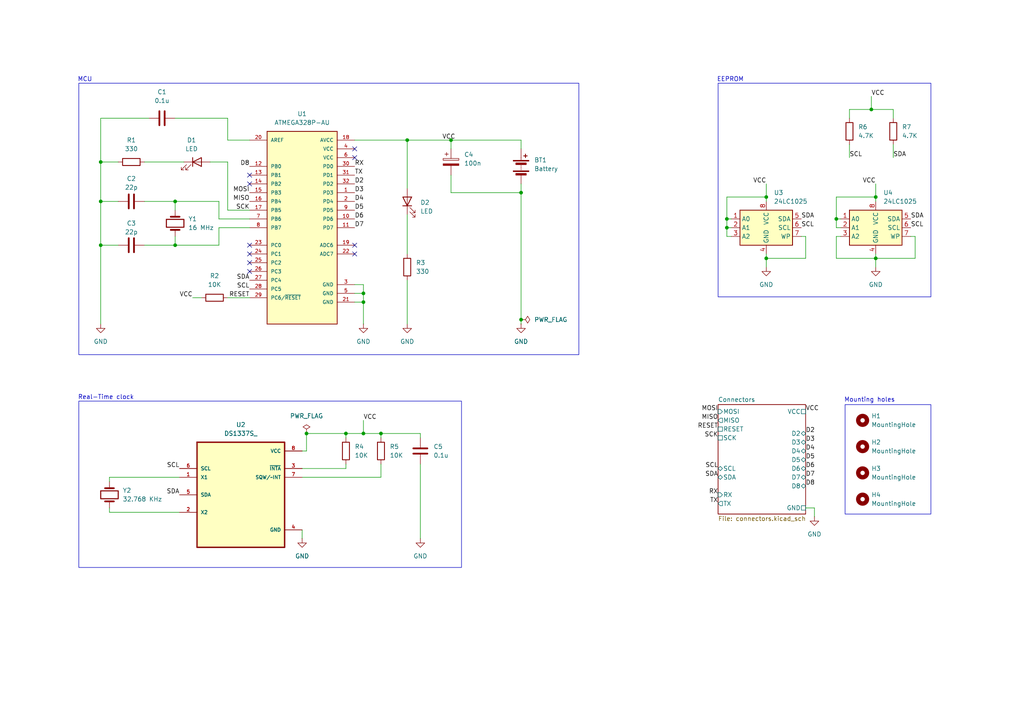
<source format=kicad_sch>
(kicad_sch (version 20231120) (generator "eeschema") (generator_version "8.0")
  (paper "A4")
  (title_block (title "${PROJECT_NAME}") (date "2025-01-27") (rev "1") (company "Jaime M. Villegas I.") (comment 1 "MCU Datalogger with 512KB EEPROM and Real-Time clock. 4-Layers PCB"))
  (lib_symbols
    (symbol "ATMEGA328P-AU:ATMEGA328P-AU" (pin_names (offset 1.016))
      (property "Reference" "U1" (at 0 33.02 0))
      (property "Value" "ATMEGA328P-AU" (at 0 30.48 0))
      (symbol "ATMEGA328P-AU_0_0"
        (rectangle (start -10.16 -27.94) (end 10.16 27.94) (stroke (width 0.254)) (fill (type background)))
        (pin bidirectional line (at 15.24 10.16 180) (length 5.08) (name "PD3") (number "1"))
        (pin bidirectional line (at 15.24 2.54 180) (length 5.08) (name "PD6") (number "10"))
        (pin bidirectional line (at 15.24 0 180) (length 5.08) (name "PD7") (number "11"))
        (pin bidirectional line (at -15.24 17.78 0) (length 5.08) (name "PB0") (number "12"))
        (pin bidirectional line (at -15.24 15.24 0) (length 5.08) (name "PB1") (number "13"))
        (pin bidirectional line (at -15.24 12.7 0) (length 5.08) (name "PB2") (number "14"))
        (pin bidirectional line (at -15.24 10.16 0) (length 5.08) (name "PB3") (number "15"))
        (pin bidirectional line (at -15.24 7.62 0) (length 5.08) (name "PB4") (number "16"))
        (pin bidirectional line (at -15.24 5.08 0) (length 5.08) (name "PB5") (number "17"))
        (pin power_in line (at 15.24 25.4 180) (length 5.08) (name "AVCC") (number "18"))
        (pin bidirectional line (at 15.24 -5.08 180) (length 5.08) (name "ADC6") (number "19"))
        (pin bidirectional line (at 15.24 7.62 180) (length 5.08) (name "PD4") (number "2"))
        (pin input line (at -15.24 25.4 0) (length 5.08) (name "AREF") (number "20"))
        (pin power_in line (at 15.24 -21.59 180) (length 5.08) (name "GND") (number "21"))
        (pin bidirectional line (at 15.24 -7.62 180) (length 5.08) (name "ADC7") (number "22"))
        (pin bidirectional line (at -15.24 -5.08 0) (length 5.08) (name "PC0") (number "23"))
        (pin bidirectional line (at -15.24 -7.62 0) (length 5.08) (name "PC1") (number "24"))
        (pin bidirectional line (at -15.24 -10.16 0) (length 5.08) (name "PC2") (number "25"))
        (pin bidirectional line (at -15.24 -12.7 0) (length 5.08) (name "PC3") (number "26"))
        (pin bidirectional line (at -15.24 -15.24 0) (length 5.08) (name "PC4") (number "27"))
        (pin bidirectional line (at -15.24 -17.78 0) (length 5.08) (name "PC5") (number "28"))
        (pin bidirectional line (at -15.24 -20.32 0) (length 5.08) (name "PC6/~{RESET}") (number "29"))
        (pin power_in line (at 15.24 -16.51 180) (length 5.08) (name "GND") (number "3"))
        (pin bidirectional line (at 15.24 17.78 180) (length 5.08) (name "PD0") (number "30"))
        (pin bidirectional line (at 15.24 15.24 180) (length 5.08) (name "PD1") (number "31"))
        (pin bidirectional line (at 15.24 12.7 180) (length 5.08) (name "PD2") (number "32"))
        (pin power_in line (at 15.24 22.86 180) (length 5.08) (name "VCC") (number "4"))
        (pin power_in line (at 15.24 -19.05 180) (length 5.08) (name "GND") (number "5"))
        (pin power_in line (at 15.24 20.32 180) (length 5.08) (name "VCC") (number "6"))
        (pin bidirectional line (at -15.24 2.54 0) (length 5.08) (name "PB6") (number "7"))
        (pin bidirectional line (at -15.24 0 0) (length 5.08) (name "PB7") (number "8"))
        (pin bidirectional line (at 15.24 5.08 180) (length 5.08) (name "PD5") (number "9"))
      )
    )
    (symbol "DS1337S_:DS1337S_" (pin_names (offset 1.016))
      (property "Reference" "U" (at -12.7 16.24 0))
      (property "Value" "DS1337S_" (at -12.7 -19.24 0))
      (symbol "DS1337S__0_0"
        (rectangle (start -12.7 -15.24) (end 12.7 15.24) (stroke (width 0.41)) (fill (type background)))
        (pin input line (at -17.78 5.08 0) (length 5.08) (name "X1") (number "1"))
        (pin bidirectional line (at -17.78 -5.08 0) (length 5.08) (name "X2") (number "2"))
        (pin output line (at 17.78 7.62 180) (length 5.08) (name "~{INTA}") (number "3"))
        (pin power_in line (at 17.78 -10.16 180) (length 5.08) (name "GND") (number "4"))
        (pin bidirectional line (at -17.78 0 0) (length 5.08) (name "SDA") (number "5"))
        (pin input line (at -17.78 7.62 0) (length 5.08) (name "SCL") (number "6"))
        (pin output line (at 17.78 5.08 180) (length 5.08) (name "SQW/~INT") (number "7"))
        (pin power_in line (at 17.78 12.7 180) (length 5.08) (name "VCC") (number "8"))
      )
    )
    (symbol "Device:Battery" (pin_numbers hide) (pin_names (offset 0) hide)
      (property "Reference" "BT" (at 2.54 2.54 0))
      (property "Value" "Battery" (at 2.54 0 0))
      (symbol "Battery_0_1"
        (rectangle (start -2.286 -1.27) (end 2.286 -1.524) (fill (type outline)))
        (rectangle (start -2.286 1.778) (end 2.286 1.524) (fill (type outline)))
        (rectangle (start -1.524 -2.032) (end 1.524 -2.54) (fill (type outline)))
        (rectangle (start -1.524 1.016) (end 1.524 0.508) (fill (type outline)))
        (polyline (pts (xy 0 -1.016) (xy 0 -0.762)))
        (polyline (pts (xy 0 -0.508) (xy 0 -0.254)))
        (polyline (pts (xy 0 0) (xy 0 0.254)))
        (polyline (pts (xy 0 1.778) (xy 0 2.54)))
        (polyline (pts (xy 0.762 3.048) (xy 1.778 3.048)) (stroke (width 0.254)))
        (polyline (pts (xy 1.27 3.556) (xy 1.27 2.54)) (stroke (width 0.254)))
      )
      (symbol "Battery_1_1"
        (pin passive line (at 0 5.08 270) (length 2.54) (name "+") (number "1"))
        (pin passive line (at 0 -5.08 90) (length 2.54) (name "-") (number "2"))
      )
    )
    (symbol "Device:C" (pin_numbers hide) (pin_names (offset 0.254))
      (property "Reference" "C" (at 0.635 2.54 0))
      (property "Value" "C" (at 0.635 -2.54 0))
      (symbol "C_0_1"
        (polyline (pts (xy -2.032 -0.762) (xy 2.032 -0.762)) (stroke (width 0.508)))
        (polyline (pts (xy -2.032 0.762) (xy 2.032 0.762)) (stroke (width 0.508)))
      )
      (symbol "C_1_1"
        (pin passive line (at 0 3.81 270) (length 2.794) (name "~") (number "1"))
        (pin passive line (at 0 -3.81 90) (length 2.794) (name "~") (number "2"))
      )
    )
    (symbol "Device:C_Polarized" (pin_numbers hide) (pin_names (offset 0.254))
      (property "Reference" "C" (at 0.635 2.54 0))
      (property "Value" "C_Polarized" (at 0.635 -2.54 0))
      (symbol "C_Polarized_0_1"
        (rectangle (start -2.286 0.508) (end 2.286 1.016))
        (polyline (pts (xy -1.778 2.286) (xy -0.762 2.286)))
        (polyline (pts (xy -1.27 2.794) (xy -1.27 1.778)))
        (rectangle (start 2.286 -0.508) (end -2.286 -1.016) (fill (type outline)))
      )
      (symbol "C_Polarized_1_1"
        (pin passive line (at 0 3.81 270) (length 2.794) (name "~") (number "1"))
        (pin passive line (at 0 -3.81 90) (length 2.794) (name "~") (number "2"))
      )
    )
    (symbol "Device:Crystal" (pin_numbers hide) (pin_names (offset 1.016) hide)
      (property "Reference" "Y" (at 0 3.81 0))
      (property "Value" "Crystal" (at 0 -3.81 0))
      (symbol "Crystal_0_1"
        (rectangle (start -1.143 2.54) (end 1.143 -2.54) (stroke (width 0.3048)))
        (polyline (pts (xy -2.54 0) (xy -1.905 0)))
        (polyline (pts (xy -1.905 -1.27) (xy -1.905 1.27)) (stroke (width 0.508)))
        (polyline (pts (xy 1.905 -1.27) (xy 1.905 1.27)) (stroke (width 0.508)))
        (polyline (pts (xy 2.54 0) (xy 1.905 0)))
      )
      (symbol "Crystal_1_1"
        (pin passive line (at -3.81 0 0) (length 1.27) (name "1") (number "1"))
        (pin passive line (at 3.81 0 180) (length 1.27) (name "2") (number "2"))
      )
    )
    (symbol "Device:LED" (pin_numbers hide) (pin_names (offset 1.016) hide)
      (property "Reference" "D" (at 0 2.54 0))
      (property "Value" "LED" (at 0 -2.54 0))
      (symbol "LED_0_1"
        (polyline (pts (xy -1.27 -1.27) (xy -1.27 1.27)) (stroke (width 0.254)))
        (polyline (pts (xy -1.27 0) (xy 1.27 0)))
        (polyline (pts (xy 1.27 -1.27) (xy 1.27 1.27) (xy -1.27 0) (xy 1.27 -1.27)) (stroke (width 0.254)))
        (polyline (pts (xy -3.048 -0.762) (xy -4.572 -2.286) (xy -3.81 -2.286) (xy -4.572 -2.286) (xy -4.572 -1.524)))
        (polyline (pts (xy -1.778 -0.762) (xy -3.302 -2.286) (xy -2.54 -2.286) (xy -3.302 -2.286) (xy -3.302 -1.524)))
      )
      (symbol "LED_1_1"
        (pin passive line (at -3.81 0 0) (length 2.54) (name "K") (number "1"))
        (pin passive line (at 3.81 0 180) (length 2.54) (name "A") (number "2"))
      )
    )
    (symbol "Device:R" (pin_numbers hide) (pin_names (offset 0))
      (property "Reference" "R" (at 2.032 0 90))
      (property "Value" "R" (at 0 0 90))
      (symbol "R_0_1"
        (rectangle (start -1.016 -2.54) (end 1.016 2.54) (stroke (width 0.254)))
      )
      (symbol "R_1_1"
        (pin passive line (at 0 3.81 270) (length 1.27) (name "~") (number "1"))
        (pin passive line (at 0 -3.81 90) (length 1.27) (name "~") (number "2"))
      )
    )
    (symbol "Mechanical:MountingHole" (pin_names (offset 1.016)) (exclude_from_sim yes) (in_bom no)
      (property "Reference" "H" (at 0 5.08 0))
      (property "Value" "MountingHole" (at 0 3.175 0))
      (symbol "MountingHole_0_1"
        (circle (center 0 0) (radius 1.27) (stroke (width 1.27)))
      )
    )
    (symbol "Memory_EEPROM:24LC1025"
      (property "Reference" "U" (at -6.35 6.35 0))
      (property "Value" "24LC1025" (at 1.27 6.35 0))
      (symbol "24LC1025_1_1"
        (rectangle (start -7.62 5.08) (end 7.62 -5.08) (stroke (width 0.254)) (fill (type background)))
        (pin input line (at -10.16 2.54 0) (length 2.54) (name "A0") (number "1"))
        (pin input line (at -10.16 0 0) (length 2.54) (name "A1") (number "2"))
        (pin input line (at -10.16 -2.54 0) (length 2.54) (name "A2") (number "3"))
        (pin power_in line (at 0 -7.62 90) (length 2.54) (name "GND") (number "4"))
        (pin bidirectional line (at 10.16 2.54 180) (length 2.54) (name "SDA") (number "5"))
        (pin input line (at 10.16 0 180) (length 2.54) (name "SCL") (number "6"))
        (pin input line (at 10.16 -2.54 180) (length 2.54) (name "WP") (number "7"))
        (pin power_in line (at 0 7.62 270) (length 2.54) (name "VCC") (number "8"))
      )
    )
    (symbol "power:GND" (power) (pin_numbers hide) (pin_names (offset 0) hide)
      (property "Value" "GND" (at 0 -3.81 0))
      (symbol "GND_0_1"
        (polyline (pts (xy 0 0) (xy 0 -1.27) (xy 1.27 -1.27) (xy 0 -2.54) (xy -1.27 -1.27) (xy 0 -1.27)))
      )
      (symbol "GND_1_1"
        (pin power_in line (at 0 0 270) (length 0) (name "~") (number "1"))
      )
    )
    (symbol "power:PWR_FLAG" (power) (pin_numbers hide) (pin_names (offset 0) hide)
      (property "Value" "PWR_FLAG" (at 0 3.81 0))
      (symbol "PWR_FLAG_0_0"
        (pin power_out line (at 0 0 90) (length 0) (name "~") (number "1"))
      )
      (symbol "PWR_FLAG_0_1"
        (polyline (pts (xy 0 0) (xy 0 1.27) (xy -1.016 1.905) (xy 0 2.54) (xy 1.016 1.905) (xy 0 1.27)))
      )
    )
  )
  (junction (at 105.41 125.73))
  (junction (at 222.25 74.93))
  (junction (at 151.13 55.88))
  (junction (at 50.8 71.12))
  (junction (at 29.21 58.42))
  (junction (at 29.21 71.12))
  (junction (at 242.57 63.5))
  (junction (at 130.81 40.64))
  (junction (at 105.41 85.09))
  (junction (at 50.8 58.42))
  (junction (at 210.82 63.5))
  (junction (at 110.49 125.73))
  (junction (at 210.82 66.04))
  (junction (at 222.25 57.15))
  (junction (at 252.73 31.75))
  (junction (at 29.21 46.99))
  (junction (at 88.9 125.73))
  (junction (at 118.11 40.64))
  (junction (at 254 74.93))
  (junction (at 105.41 87.63))
  (junction (at 100.33 125.73))
  (junction (at 254 57.15))
  (junction (at 151.13 92.71))
  (no_connect (at 102.87 73.66))
  (no_connect (at 102.87 43.18))
  (no_connect (at 102.87 71.12))
  (no_connect (at 72.39 71.12))
  (no_connect (at 72.39 50.8))
  (no_connect (at 72.39 53.34))
  (no_connect (at 72.39 78.74))
  (no_connect (at 102.87 45.72))
  (no_connect (at 72.39 76.2))
  (no_connect (at 72.39 73.66))
  (wire (pts (xy 265.43 68.58) (xy 265.43 74.93)))
  (wire (pts (xy 52.07 138.43) (xy 31.75 138.43)))
  (wire (pts (xy 50.8 68.58) (xy 50.8 71.12)))
  (wire (pts (xy 105.41 125.73) (xy 110.49 125.73)))
  (wire (pts (xy 242.57 68.58) (xy 242.57 74.93)))
  (wire (pts (xy 72.39 66.04) (xy 63.5 66.04)))
  (wire (pts (xy 41.91 46.99) (xy 53.34 46.99)))
  (wire (pts (xy 29.21 71.12) (xy 34.29 71.12)))
  (wire (pts (xy 130.81 40.64) (xy 130.81 43.18)))
  (wire (pts (xy 236.22 147.32) (xy 236.22 149.86)))
  (wire (pts (xy 254 77.47) (xy 254 74.93)))
  (wire (pts (xy 43.18 34.29) (xy 29.21 34.29)))
  (wire (pts (xy 130.81 50.8) (xy 130.81 55.88)))
  (wire (pts (xy 110.49 125.73) (xy 110.49 127)))
  (wire (pts (xy 63.5 71.12) (xy 50.8 71.12)))
  (wire (pts (xy 102.87 87.63) (xy 105.41 87.63)))
  (wire (pts (xy 31.75 147.32) (xy 31.75 148.59)))
  (wire (pts (xy 242.57 63.5) (xy 242.57 57.15)))
  (wire (pts (xy 66.04 86.36) (xy 72.39 86.36)))
  (wire (pts (xy 72.39 60.96) (xy 66.04 60.96)))
  (wire (pts (xy 118.11 62.23) (xy 118.11 73.66)))
  (wire (pts (xy 88.9 125.73) (xy 100.33 125.73)))
  (wire (pts (xy 29.21 46.99) (xy 29.21 58.42)))
  (wire (pts (xy 246.38 31.75) (xy 252.73 31.75)))
  (wire (pts (xy 130.81 40.64) (xy 151.13 40.64)))
  (wire (pts (xy 31.75 148.59) (xy 52.07 148.59)))
  (wire (pts (xy 50.8 58.42) (xy 50.8 60.96)))
  (wire (pts (xy 242.57 63.5) (xy 242.57 66.04)))
  (wire (pts (xy 242.57 57.15) (xy 254 57.15)))
  (wire (pts (xy 102.87 40.64) (xy 118.11 40.64)))
  (wire (pts (xy 222.25 74.93) (xy 222.25 73.66)))
  (wire (pts (xy 66.04 46.99) (xy 60.96 46.99)))
  (wire (pts (xy 151.13 92.71) (xy 151.13 93.98)))
  (wire (pts (xy 87.63 130.81) (xy 88.9 130.81)))
  (wire (pts (xy 254 74.93) (xy 265.43 74.93)))
  (wire (pts (xy 29.21 58.42) (xy 29.21 71.12)))
  (wire (pts (xy 110.49 134.62) (xy 110.49 138.43)))
  (wire (pts (xy 105.41 82.55) (xy 105.41 85.09)))
  (wire (pts (xy 222.25 53.34) (xy 222.25 57.15)))
  (wire (pts (xy 102.87 82.55) (xy 105.41 82.55)))
  (wire (pts (xy 212.09 66.04) (xy 210.82 66.04)))
  (wire (pts (xy 212.09 68.58) (xy 210.82 68.58)))
  (wire (pts (xy 254 74.93) (xy 254 73.66)))
  (wire (pts (xy 246.38 45.72) (xy 246.38 41.91)))
  (wire (pts (xy 130.81 55.88) (xy 151.13 55.88)))
  (wire (pts (xy 66.04 34.29) (xy 50.8 34.29)))
  (wire (pts (xy 222.25 77.47) (xy 222.25 74.93)))
  (wire (pts (xy 246.38 34.29) (xy 246.38 31.75)))
  (wire (pts (xy 151.13 55.88) (xy 151.13 92.71)))
  (wire (pts (xy 210.82 57.15) (xy 222.25 57.15)))
  (wire (pts (xy 222.25 57.15) (xy 222.25 58.42)))
  (wire (pts (xy 151.13 40.64) (xy 151.13 43.18)))
  (wire (pts (xy 72.39 40.64) (xy 66.04 40.64)))
  (wire (pts (xy 252.73 31.75) (xy 259.08 31.75)))
  (wire (pts (xy 41.91 71.12) (xy 50.8 71.12)))
  (wire (pts (xy 252.73 27.94) (xy 252.73 31.75)))
  (wire (pts (xy 265.43 68.58) (xy 264.16 68.58)))
  (wire (pts (xy 118.11 81.28) (xy 118.11 93.98)))
  (wire (pts (xy 233.68 68.58) (xy 233.68 74.93)))
  (wire (pts (xy 210.82 63.5) (xy 210.82 57.15)))
  (wire (pts (xy 212.09 63.5) (xy 210.82 63.5)))
  (wire (pts (xy 210.82 68.58) (xy 210.82 66.04)))
  (wire (pts (xy 151.13 55.88) (xy 151.13 53.34)))
  (wire (pts (xy 55.88 86.36) (xy 58.42 86.36)))
  (wire (pts (xy 66.04 60.96) (xy 66.04 46.99)))
  (wire (pts (xy 259.08 31.75) (xy 259.08 34.29)))
  (wire (pts (xy 110.49 125.73) (xy 121.92 125.73)))
  (wire (pts (xy 233.68 74.93) (xy 222.25 74.93)))
  (wire (pts (xy 102.87 85.09) (xy 105.41 85.09)))
  (wire (pts (xy 105.41 87.63) (xy 105.41 93.98)))
  (wire (pts (xy 242.57 74.93) (xy 254 74.93)))
  (wire (pts (xy 121.92 125.73) (xy 121.92 127)))
  (wire (pts (xy 87.63 138.43) (xy 110.49 138.43)))
  (wire (pts (xy 31.75 138.43) (xy 31.75 139.7)))
  (wire (pts (xy 118.11 40.64) (xy 118.11 54.61)))
  (wire (pts (xy 242.57 68.58) (xy 243.84 68.58)))
  (wire (pts (xy 210.82 66.04) (xy 210.82 63.5)))
  (wire (pts (xy 121.92 134.62) (xy 121.92 156.21)))
  (wire (pts (xy 100.33 125.73) (xy 100.33 127)))
  (wire (pts (xy 63.5 63.5) (xy 63.5 58.42)))
  (wire (pts (xy 72.39 63.5) (xy 63.5 63.5)))
  (wire (pts (xy 254 57.15) (xy 254 58.42)))
  (wire (pts (xy 254 53.34) (xy 254 57.15)))
  (wire (pts (xy 63.5 58.42) (xy 50.8 58.42)))
  (wire (pts (xy 29.21 34.29) (xy 29.21 46.99)))
  (wire (pts (xy 34.29 58.42) (xy 29.21 58.42)))
  (wire (pts (xy 105.41 121.92) (xy 105.41 125.73)))
  (wire (pts (xy 233.68 68.58) (xy 232.41 68.58)))
  (wire (pts (xy 243.84 66.04) (xy 242.57 66.04)))
  (wire (pts (xy 63.5 66.04) (xy 63.5 71.12)))
  (wire (pts (xy 259.08 45.72) (xy 259.08 41.91)))
  (wire (pts (xy 29.21 71.12) (xy 29.21 93.98)))
  (wire (pts (xy 87.63 135.89) (xy 100.33 135.89)))
  (wire (pts (xy 105.41 85.09) (xy 105.41 87.63)))
  (wire (pts (xy 100.33 135.89) (xy 100.33 134.62)))
  (wire (pts (xy 118.11 40.64) (xy 130.81 40.64)))
  (wire (pts (xy 233.68 147.32) (xy 236.22 147.32)))
  (wire (pts (xy 41.91 58.42) (xy 50.8 58.42)))
  (wire (pts (xy 100.33 125.73) (xy 105.41 125.73)))
  (wire (pts (xy 243.84 63.5) (xy 242.57 63.5)))
  (wire (pts (xy 88.9 130.81) (xy 88.9 125.73)))
  (wire (pts (xy 34.29 46.99) (xy 29.21 46.99)))
  (wire (pts (xy 66.04 40.64) (xy 66.04 34.29)))
  (wire (pts (xy 87.63 153.67) (xy 87.63 156.21)))
  (rectangle (start 22.86 24.13) (end 167.894 102.87))
  (rectangle (start 245.11 117.348) (end 270.002 149.098))
  (rectangle (start 22.86 116.332) (end 133.858 164.592))
  (rectangle (start 208.28 24.13) (end 270.002 86.106))
  (text "EEPROM" (at 211.836 23.114 0) (effects (font (size 1.27 1.27))))
  (text "Mounting holes" (at 252.222 116.078 0) (effects (font (size 1.27 1.27))))
  (text "Real-Time clock" (at 30.734 115.316 0) (effects (font (size 1.27 1.27))))
  (text "MCU" (at 24.638 23.114 0) (effects (font (size 1.27 1.27))))
  (label "MOSI" (at 72.39 55.88 180))
  (label "SDA" (at 208.28 138.43 180))
  (label "VCC" (at 105.41 121.92 0))
  (label "VCC" (at 233.68 119.38 0))
  (label "SCL" (at 232.41 66.04 0))
  (label "SCK" (at 208.28 127 180))
  (label "D4" (at 102.87 58.42 0))
  (label "D3" (at 233.68 128.27 0))
  (label "D5" (at 102.87 60.96 0))
  (label "SCL" (at 208.28 135.89 180))
  (label "D7" (at 233.68 138.43 0))
  (label "SCL" (at 52.07 135.89 180))
  (label "RX" (at 102.87 48.26 0))
  (label "SCL" (at 246.38 45.72 0))
  (label "D2" (at 102.87 53.34 0))
  (label "SCL" (at 72.39 83.82 180))
  (label "VCC" (at 132.08 40.64 180))
  (label "MOSI" (at 208.28 119.38 180))
  (label "VCC" (at 222.25 53.34 180))
  (label "RESET" (at 208.28 124.46 180))
  (label "SDA" (at 259.08 45.72 0))
  (label "D6" (at 102.87 63.5 0))
  (label "D8" (at 233.68 140.97 0))
  (label "SDA" (at 72.39 81.28 180))
  (label "VCC" (at 55.88 86.36 180))
  (label "D8" (at 72.39 48.26 180))
  (label "SCL" (at 264.16 66.04 0))
  (label "RESET" (at 72.39 86.36 180))
  (label "D4" (at 233.68 130.81 0))
  (label "MISO" (at 72.39 58.42 180))
  (label "D7" (at 102.87 66.04 0))
  (label "D5" (at 233.68 133.35 0))
  (label "VCC" (at 254 53.34 180))
  (label "TX" (at 208.28 146.05 180))
  (label "D3" (at 102.87 55.88 0))
  (label "RX" (at 208.28 143.51 180))
  (label "SCK" (at 72.39 60.96 180))
  (label "SDA" (at 264.16 63.5 0))
  (label "TX" (at 102.87 50.8 0))
  (label "VCC" (at 252.73 27.94 0))
  (label "D2" (at 233.68 125.73 0))
  (label "MISO" (at 208.28 121.92 180))
  (label "D6" (at 233.68 135.89 0))
  (label "SDA" (at 52.07 143.51 180))
  (label "SDA" (at 232.41 63.5 0))
  (symbol (lib_id "power:GND") (at 29.21 93.98 0) (unit 1)
    (property "Reference" "#PWR08" (effects (hide yes)))
    (property "Value" "GND" (at 29.21 99.06 0))
    (property "Description" "Power symbol creates a global label with name \"GND\" , ground" (effects (hide yes)))
  )
  (symbol (lib_id "power:GND") (at 121.92 156.21 0) (unit 1)
    (property "Reference" "#PWR02" (effects (hide yes)))
    (property "Value" "GND" (at 121.92 161.29 0))
    (property "Description" "Power symbol creates a global label with name \"GND\" , ground" (effects (hide yes)))
  )
  (symbol (lib_id "Mechanical:MountingHole") (at 250.19 137.16 0) (unit 1) (exclude_from_sim yes) (in_bom no)
    (property "Reference" "H3" (at 252.73 135.8899 0) (effects (justify left)))
    (property "Value" "MountingHole" (at 252.73 138.4299 0) (effects (justify left)))
    (property "Footprint" "MountingHole:MountingHole_2.1mm" (effects (hide yes)))
    (property "Description" "Mounting Hole without connection" (effects (hide yes)))
  )
  (symbol (lib_id "power:PWR_FLAG") (at 88.9 125.73 0) (unit 1)
    (property "Reference" "#FLG03" (effects (hide yes)))
    (property "Value" "PWR_FLAG" (at 88.9 120.65 0))
    (property "Description" "Special symbol for telling ERC where power comes from" (effects (hide yes)))
  )
  (symbol (lib_id "Mechanical:MountingHole") (at 250.19 121.92 0) (unit 1) (exclude_from_sim yes) (in_bom no)
    (property "Reference" "H1" (at 252.73 120.6499 0) (effects (justify left)))
    (property "Value" "MountingHole" (at 252.73 123.1899 0) (effects (justify left)))
    (property "Footprint" "MountingHole:MountingHole_2.1mm" (effects (hide yes)))
    (property "Description" "Mounting Hole without connection" (effects (hide yes)))
  )
  (symbol (lib_id "power:GND") (at 105.41 93.98 0) (unit 1)
    (property "Reference" "#PWR05" (effects (hide yes)))
    (property "Value" "GND" (at 105.41 99.06 0))
    (property "Description" "Power symbol creates a global label with name \"GND\" , ground" (effects (hide yes)))
  )
  (symbol (lib_id "Device:C") (at 38.1 58.42 90) (unit 1)
    (property "Reference" "C2" (at 38.1 51.816 90))
    (property "Value" "22p" (at 38.1 54.356 90))
    (property "Footprint" "Capacitor_SMD:C_0805_2012Metric" (effects (hide yes)))
    (property "Description" "Unpolarized capacitor" (effects (hide yes)))
  )
  (symbol (lib_id "power:GND") (at 118.11 93.98 0) (unit 1)
    (property "Reference" "#PWR06" (effects (hide yes)))
    (property "Value" "GND" (at 118.11 99.06 0))
    (property "Description" "Power symbol creates a global label with name \"GND\" , ground" (effects (hide yes)))
  )
  (symbol (lib_id "power:PWR_FLAG") (at 151.13 92.71 270) (unit 1)
    (property "Reference" "#FLG02" (effects (hide yes)))
    (property "Value" "PWR_FLAG" (at 154.94 92.7099 90) (effects (justify left)))
    (property "Description" "Special symbol for telling ERC where power comes from" (effects (hide yes)))
  )
  (symbol (lib_id "power:GND") (at 236.22 149.86 0) (unit 1)
    (property "Reference" "#PWR09" (effects (hide yes)))
    (property "Value" "GND" (at 236.22 154.94 0))
    (property "Description" "Power symbol creates a global label with name \"GND\" , ground" (effects (hide yes)))
  )
  (symbol (lib_id "Device:C_Polarized") (at 130.81 46.99 0) (unit 1)
    (property "Reference" "C4" (at 134.62 44.8309 0) (effects (justify left)))
    (property "Value" "100n" (at 134.62 47.3709 0) (effects (justify left)))
    (property "Footprint" "Capacitor_SMD:C_0805_2012Metric" (effects (hide yes)))
    (property "Description" "Polarized capacitor" (effects (hide yes)))
  )
  (symbol (lib_id "Mechanical:MountingHole") (at 250.19 129.54 0) (unit 1) (exclude_from_sim yes) (in_bom no)
    (property "Reference" "H2" (at 252.73 128.2699 0) (effects (justify left)))
    (property "Value" "MountingHole" (at 252.73 130.8099 0) (effects (justify left)))
    (property "Footprint" "MountingHole:MountingHole_2.1mm" (effects (hide yes)))
    (property "Description" "Mounting Hole without connection" (effects (hide yes)))
  )
  (symbol (lib_id "Mechanical:MountingHole") (at 250.19 144.78 0) (unit 1) (exclude_from_sim yes) (in_bom no)
    (property "Reference" "H4" (at 252.73 143.5099 0) (effects (justify left)))
    (property "Value" "MountingHole" (at 252.73 146.0499 0) (effects (justify left)))
    (property "Footprint" "MountingHole:MountingHole_2.1mm" (effects (hide yes)))
    (property "Description" "Mounting Hole without connection" (effects (hide yes)))
  )
  (symbol (lib_id "ATMEGA328P-AU:ATMEGA328P-AU") (at 87.63 66.04 0) (unit 1)
    (property "Reference" "U1" (at 87.63 33.02 0))
    (property "Value" "ATMEGA328P-AU" (at 87.63 35.56 0))
    (property "Footprint" "ATMEGA328P-AU:QFP80P900X900X120-32N" (effects (hide yes)))
    (property "MF" "MICROCHIP TECH." (effects (hide yes)))
    (property "MAXIMUM_PACKAGE_HEIGHT" "1.20mm" (effects (hide yes)))
    (property "Package" "TQFP-32 Microchip" (effects (hide yes)))
    (property "Price" "None" (effects (hide yes)))
    (property "Check_prices" "https://www.snapeda.com/parts/ATMEGA328P-AU/Microchip/view-part/?ref=eda" (effects (hide yes)))
    (property "STANDARD" "IPC-7351B" (effects (hide yes)))
    (property "PARTREV" "8271A" (effects (hide yes)))
    (property "SnapEDA_Link" "https://www.snapeda.com/parts/ATMEGA328P-AU/Microchip/view-part/?ref=snap" (effects (hide yes)))
    (property "MP" "ATMEGA328P-AU" (effects (hide yes)))
    (property "Description_1" "\n                        \n                            MCU 8-bit - AVR ATmega Family ATmega328 Series Microcontrollers - 20 MHz - 32 KB - 2 KB - 32 Pins.\n                        \n" (effects (hide yes)))
    (property "Availability" "In Stock" (effects (hide yes)))
    (property "MANUFACTURER" "Microchip" (effects (hide yes)))
  )
  (symbol (lib_id "Device:R") (at 100.33 130.81 0) (unit 1)
    (property "Reference" "R4" (at 102.87 129.5399 0) (effects (justify left)))
    (property "Value" "10K" (at 102.87 132.0799 0) (effects (justify left)))
    (property "Footprint" "Resistor_SMD:R_0805_2012Metric" (effects (hide yes)))
    (property "Description" "Resistor" (effects (hide yes)))
  )
  (symbol (lib_id "Device:R") (at 118.11 77.47 0) (unit 1)
    (property "Reference" "R3" (at 120.65 76.1999 0) (effects (justify left)))
    (property "Value" "330" (at 120.65 78.7399 0) (effects (justify left)))
    (property "Footprint" "Resistor_SMD:R_0805_2012Metric" (effects (hide yes)))
    (property "Description" "Resistor" (effects (hide yes)))
  )
  (symbol (lib_id "Device:R") (at 62.23 86.36 90) (unit 1)
    (property "Reference" "R2" (at 62.23 80.01 90))
    (property "Value" "10K" (at 62.23 82.55 90))
    (property "Footprint" "Resistor_SMD:R_0805_2012Metric" (effects (hide yes)))
    (property "Description" "Resistor" (effects (hide yes)))
  )
  (symbol (lib_id "Device:C") (at 121.92 130.81 0) (unit 1)
    (property "Reference" "C5" (at 125.73 129.5399 0) (effects (justify left)))
    (property "Value" "0.1u" (at 125.73 132.0799 0) (effects (justify left)))
    (property "Footprint" "Capacitor_SMD:C_0805_2012Metric" (effects (hide yes)))
    (property "Description" "Unpolarized capacitor" (effects (hide yes)))
  )
  (symbol (lib_id "power:GND") (at 222.25 77.47 0) (unit 1)
    (property "Reference" "#PWR03" (effects (hide yes)))
    (property "Value" "GND" (at 222.25 82.55 0))
    (property "Description" "Power symbol creates a global label with name \"GND\" , ground" (effects (hide yes)))
  )
  (symbol (lib_id "Device:Battery") (at 151.13 48.26 0) (unit 1)
    (property "Reference" "BT1" (at 154.94 46.4184 0) (effects (justify left)))
    (property "Value" "Battery" (at 154.94 48.9584 0) (effects (justify left)))
    (property "Footprint" "Connector_PinHeader_2.54mm:PinHeader_1x02_P2.54mm_Vertical" (effects (hide yes)))
    (property "Description" "Multiple-cell battery" (effects (hide yes)))
  )
  (symbol (lib_id "power:GND") (at 254 77.47 0) (unit 1)
    (property "Reference" "#PWR04" (effects (hide yes)))
    (property "Value" "GND" (at 254 82.55 0))
    (property "Description" "Power symbol creates a global label with name \"GND\" , ground" (effects (hide yes)))
  )
  (symbol (lib_id "Memory_EEPROM:24LC1025") (at 254 66.04 0) (unit 1)
    (property "Reference" "U4" (at 256.1941 55.88 0) (effects (justify left)))
    (property "Value" "24LC1025" (at 256.1941 58.42 0) (effects (justify left)))
    (property "Footprint" "Package_SO:SOIC-8_5.23x5.23mm_P1.27mm" (effects (hide yes)))
    (property "Datasheet" "http://ww1.microchip.com/downloads/en/DeviceDoc/21941B.pdf" (effects (hide yes)))
    (property "Description" "I2C Serial EEPROM, 1024Kb, DIP-8/SOIC-8/TSSOP-8/DFN-8" (effects (hide yes)))
  )
  (symbol (lib_id "Device:R") (at 259.08 38.1 0) (unit 1)
    (property "Reference" "R7" (at 261.62 36.8299 0) (effects (justify left)))
    (property "Value" "4.7K" (at 261.62 39.3699 0) (effects (justify left)))
    (property "Footprint" "Resistor_SMD:R_0805_2012Metric" (effects (hide yes)))
    (property "Description" "Resistor" (effects (hide yes)))
  )
  (symbol (lib_id "Device:Crystal") (at 50.8 64.77 90) (unit 1)
    (property "Reference" "Y1" (at 54.61 63.4999 90) (effects (justify right)))
    (property "Value" "16 MHz" (at 54.61 66.0399 90) (effects (justify right)))
    (property "Footprint" "Crystal:Crystal_SMD_5032-2Pin_5.0x3.2mm_HandSoldering" (effects (hide yes)))
    (property "Description" "Two pin crystal" (effects (hide yes)))
  )
  (symbol (lib_id "Device:LED") (at 118.11 58.42 90) (unit 1)
    (property "Reference" "D2" (at 121.92 58.7374 90) (effects (justify right)))
    (property "Value" "LED" (at 121.92 61.2774 90) (effects (justify right)))
    (property "Footprint" "LED_SMD:LED_0805_2012Metric" (effects (hide yes)))
    (property "Description" "Light emitting diode" (effects (hide yes)))
  )
  (symbol (lib_id "Device:LED") (at 57.15 46.99 0) (unit 1)
    (property "Reference" "D1" (at 55.5625 40.64 0))
    (property "Value" "LED" (at 55.5625 43.18 0))
    (property "Footprint" "LED_SMD:LED_0805_2012Metric" (effects (hide yes)))
    (property "Description" "Light emitting diode" (effects (hide yes)))
  )
  (symbol (lib_id "Device:R") (at 246.38 38.1 0) (unit 1)
    (property "Reference" "R6" (at 248.92 36.8299 0) (effects (justify left)))
    (property "Value" "4.7K" (at 248.92 39.3699 0) (effects (justify left)))
    (property "Footprint" "Resistor_SMD:R_0805_2012Metric" (effects (hide yes)))
    (property "Description" "Resistor" (effects (hide yes)))
  )
  (symbol (lib_id "Device:C") (at 38.1 71.12 90) (unit 1)
    (property "Reference" "C3" (at 38.1 64.77 90))
    (property "Value" "22p" (at 38.1 67.31 90))
    (property "Footprint" "Capacitor_SMD:C_0805_2012Metric" (effects (hide yes)))
    (property "Description" "Unpolarized capacitor" (effects (hide yes)))
  )
  (symbol (lib_id "power:GND") (at 87.63 156.21 0) (unit 1)
    (property "Reference" "#PWR01" (effects (hide yes)))
    (property "Value" "GND" (at 87.63 161.29 0))
    (property "Description" "Power symbol creates a global label with name \"GND\" , ground" (effects (hide yes)))
  )
  (symbol (lib_id "Memory_EEPROM:24LC1025") (at 222.25 66.04 0) (unit 1)
    (property "Reference" "U3" (at 224.4441 55.88 0) (effects (justify left)))
    (property "Value" "24LC1025" (at 224.4441 58.42 0) (effects (justify left)))
    (property "Footprint" "Package_SO:SOIC-8_5.23x5.23mm_P1.27mm" (effects (hide yes)))
    (property "Datasheet" "http://ww1.microchip.com/downloads/en/DeviceDoc/21941B.pdf" (effects (hide yes)))
    (property "Description" "I2C Serial EEPROM, 1024Kb, DIP-8/SOIC-8/TSSOP-8/DFN-8" (effects (hide yes)))
  )
  (symbol (lib_id "DS1337S_:DS1337S_") (at 69.85 143.51 0) (unit 1)
    (property "Reference" "U2" (at 69.85 123.19 0))
    (property "Value" "DS1337S_" (at 69.85 125.73 0))
    (property "Footprint" "DS1337S_:SOIC127P600X175-8N" (effects (hide yes)))
    (property "MF" "Analog Devices" (effects (hide yes)))
    (property "Description_1" "\n                        \n                            I²C Serial Real-Time Clock\n                        \n" (effects (hide yes)))
    (property "Package" "SOIC-8 Maxim" (effects (hide yes)))
    (property "Price" "None" (effects (hide yes)))
    (property "SnapEDA_Link" "https://www.snapeda.com/parts/DS1337S+/Analog+Devices/view-part/?ref=snap" (effects (hide yes)))
    (property "MP" "DS1337S+" (effects (hide yes)))
    (property "Availability" "In Stock" (effects (hide yes)))
    (property "Check_prices" "https://www.snapeda.com/parts/DS1337S+/Analog+Devices/view-part/?ref=eda" (effects (hide yes)))
  )
  (symbol (lib_id "power:GND") (at 151.13 93.98 0) (unit 1)
    (property "Reference" "#PWR07" (effects (hide yes)))
    (property "Value" "GND" (at 151.13 99.06 0))
    (property "Description" "Power symbol creates a global label with name \"GND\" , ground" (effects (hide yes)))
  )
  (symbol (lib_id "Device:R") (at 38.1 46.99 90) (unit 1)
    (property "Reference" "R1" (at 38.1 40.64 90))
    (property "Value" "330" (at 38.1 43.18 90))
    (property "Footprint" "Resistor_SMD:R_0805_2012Metric" (effects (hide yes)))
    (property "Description" "Resistor" (effects (hide yes)))
  )
  (symbol (lib_id "Device:R") (at 110.49 130.81 0) (unit 1)
    (property "Reference" "R5" (at 113.03 129.5399 0) (effects (justify left)))
    (property "Value" "10K" (at 113.03 132.0799 0) (effects (justify left)))
    (property "Footprint" "Resistor_SMD:R_0805_2012Metric" (effects (hide yes)))
    (property "Description" "Resistor" (effects (hide yes)))
  )
  (symbol (lib_id "Device:Crystal") (at 31.75 143.51 90) (unit 1)
    (property "Reference" "Y2" (at 35.56 142.2399 90) (effects (justify right)))
    (property "Value" "32.768 KHz" (at 35.56 144.7799 90) (effects (justify right)))
    (property "Footprint" "Crystal:Crystal_SMD_5032-2Pin_5.0x3.2mm_HandSoldering" (effects (hide yes)))
    (property "Description" "Two pin crystal" (effects (hide yes)))
  )
  (symbol (lib_id "Device:C") (at 46.99 34.29 90) (unit 1)
    (property "Reference" "C1" (at 46.99 26.67 90))
    (property "Value" "0.1u" (at 46.99 29.21 90))
    (property "Footprint" "Capacitor_SMD:C_0805_2012Metric" (effects (hide yes)))
    (property "Description" "Unpolarized capacitor" (effects (hide yes)))
  )
  (sheet (at 208.28 117.348) (size 25.4 31.75) (stroke (width 0.1524))
    (property "Sheetname" "Connectors" (at 208.28 116.6364 0) (effects (justify left bottom)))
    (property "Sheetfile" "connectors.kicad_sch" (at 208.28 149.6826 0) (effects (justify left top)))
    (pin "SCL" bidirectional (at 208.28 135.89 180))
    (pin "GND" passive (at 233.68 147.32 0))
    (pin "VCC" passive (at 233.68 119.38 0))
    (pin "SDA" bidirectional (at 208.28 138.43 180))
    (pin "RX" input (at 208.28 143.51 180))
    (pin "TX" output (at 208.28 146.05 180))
    (pin "D2" bidirectional (at 233.68 125.73 0))
    (pin "D3" bidirectional (at 233.68 128.27 0))
    (pin "D4" bidirectional (at 233.68 130.81 0))
    (pin "D5" bidirectional (at 233.68 133.35 0))
    (pin "D6" bidirectional (at 233.68 135.89 0))
    (pin "D7" bidirectional (at 233.68 138.43 0))
    (pin "D8" bidirectional (at 233.68 140.97 0))
    (pin "RESET" passive (at 208.28 124.46 180))
    (pin "MOSI" input (at 208.28 119.38 180))
    (pin "MISO" output (at 208.28 121.92 180))
    (pin "SCK" passive (at 208.28 127 180))
  )
)
</source>
